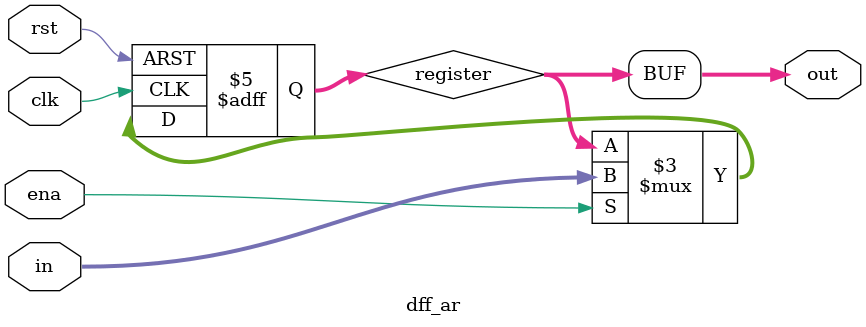
<source format=sv>
/*
	D flip-flop with enable input and asynchronous reset.
		
	********************************************************************
	dff_ar
	#(
		.DWIDTH 	(2),
		.POR_VALUE 	(1)
	)
		dff_ar_inst
	(
		.clk		(),
		.rst		(),
		
		.in			(),	// i[DWIDTH - 1 : 0]
		.ena		(),	// i
		.out		()	// o[DWIDTH - 1 : 0]
	);
*/

module dff_ar
#(
	parameter DWIDTH = 2,
	parameter POR_VALUE = 1
)
(
	input  logic 					clk,
	input  logic 					rst,
	
	input  logic [DWIDTH - 1 : 0] 	in,
	input  logic 					ena,
	output logic [DWIDTH - 1 : 0] 	out
);

	logic [DWIDTH - 1 : 0] register;
	always_ff @ (posedge clk or posedge rst) begin
		if (rst)
			register <= POR_VALUE[DWIDTH - 1 : 0];
		else if (ena)
			register <= in;
		else
			register <= register;
	end

	assign out = register;
	
endmodule

</source>
